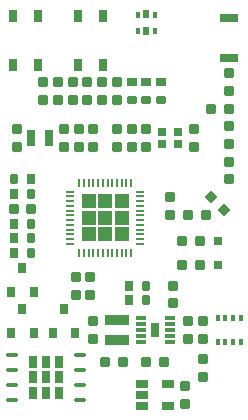
<source format=gbr>
%TF.GenerationSoftware,Altium Limited,Altium Designer,22.11.1 (43)*%
G04 Layer_Color=8421504*
%FSLAX45Y45*%
%MOMM*%
%TF.SameCoordinates,77F1110F-2A09-4361-93A5-D97A60E4CA06*%
%TF.FilePolarity,Positive*%
%TF.FileFunction,Paste,Top*%
%TF.Part,Single*%
G01*
G75*
%TA.AperFunction,NonConductor*%
%ADD10R,0.80000X1.20000*%
%ADD11R,1.20000X1.20000*%
%ADD12R,1.20000X1.20000*%
%ADD13R,1.20000X1.20000*%
%ADD14R,0.79999X1.00001*%
%ADD15R,0.79998X1.00001*%
%TA.AperFunction,SMDPad,CuDef*%
%ADD16R,0.80000X0.80000*%
G04:AMPARAMS|DCode=17|XSize=0.8mm|YSize=0.8mm|CornerRadius=0.08mm|HoleSize=0mm|Usage=FLASHONLY|Rotation=0.000|XOffset=0mm|YOffset=0mm|HoleType=Round|Shape=RoundedRectangle|*
%AMROUNDEDRECTD17*
21,1,0.80000,0.64000,0,0,0.0*
21,1,0.64000,0.80000,0,0,0.0*
1,1,0.16000,0.32000,-0.32000*
1,1,0.16000,-0.32000,-0.32000*
1,1,0.16000,-0.32000,0.32000*
1,1,0.16000,0.32000,0.32000*
%
%ADD17ROUNDEDRECTD17*%
G04:AMPARAMS|DCode=18|XSize=0.8mm|YSize=0.8mm|CornerRadius=0.1mm|HoleSize=0mm|Usage=FLASHONLY|Rotation=0.000|XOffset=0mm|YOffset=0mm|HoleType=Round|Shape=RoundedRectangle|*
%AMROUNDEDRECTD18*
21,1,0.80000,0.60000,0,0,0.0*
21,1,0.60000,0.80000,0,0,0.0*
1,1,0.20000,0.30000,-0.30000*
1,1,0.20000,-0.30000,-0.30000*
1,1,0.20000,-0.30000,0.30000*
1,1,0.20000,0.30000,0.30000*
%
%ADD18ROUNDEDRECTD18*%
G04:AMPARAMS|DCode=19|XSize=0.8mm|YSize=0.8mm|CornerRadius=0.08mm|HoleSize=0mm|Usage=FLASHONLY|Rotation=270.000|XOffset=0mm|YOffset=0mm|HoleType=Round|Shape=RoundedRectangle|*
%AMROUNDEDRECTD19*
21,1,0.80000,0.64000,0,0,270.0*
21,1,0.64000,0.80000,0,0,270.0*
1,1,0.16000,-0.32000,-0.32000*
1,1,0.16000,-0.32000,0.32000*
1,1,0.16000,0.32000,0.32000*
1,1,0.16000,0.32000,-0.32000*
%
%ADD19ROUNDEDRECTD19*%
G04:AMPARAMS|DCode=20|XSize=0.8mm|YSize=0.8mm|CornerRadius=0.1mm|HoleSize=0mm|Usage=FLASHONLY|Rotation=270.000|XOffset=0mm|YOffset=0mm|HoleType=Round|Shape=RoundedRectangle|*
%AMROUNDEDRECTD20*
21,1,0.80000,0.60000,0,0,270.0*
21,1,0.60000,0.80000,0,0,270.0*
1,1,0.20000,-0.30000,-0.30000*
1,1,0.20000,-0.30000,0.30000*
1,1,0.20000,0.30000,0.30000*
1,1,0.20000,0.30000,-0.30000*
%
%ADD20ROUNDEDRECTD20*%
G04:AMPARAMS|DCode=21|XSize=0.6mm|YSize=0.9mm|CornerRadius=0.06mm|HoleSize=0mm|Usage=FLASHONLY|Rotation=90.000|XOffset=0mm|YOffset=0mm|HoleType=Round|Shape=RoundedRectangle|*
%AMROUNDEDRECTD21*
21,1,0.60000,0.78000,0,0,90.0*
21,1,0.48000,0.90000,0,0,90.0*
1,1,0.12000,0.39000,0.24000*
1,1,0.12000,0.39000,-0.24000*
1,1,0.12000,-0.39000,-0.24000*
1,1,0.12000,-0.39000,0.24000*
%
%ADD21ROUNDEDRECTD21*%
G04:AMPARAMS|DCode=22|XSize=0.6mm|YSize=0.9mm|CornerRadius=0.075mm|HoleSize=0mm|Usage=FLASHONLY|Rotation=90.000|XOffset=0mm|YOffset=0mm|HoleType=Round|Shape=RoundedRectangle|*
%AMROUNDEDRECTD22*
21,1,0.60000,0.75000,0,0,90.0*
21,1,0.45000,0.90000,0,0,90.0*
1,1,0.15000,0.37500,0.22500*
1,1,0.15000,0.37500,-0.22500*
1,1,0.15000,-0.37500,-0.22500*
1,1,0.15000,-0.37500,0.22500*
%
%ADD22ROUNDEDRECTD22*%
%ADD23R,0.65000X1.05000*%
G04:AMPARAMS|DCode=24|XSize=0.6mm|YSize=0.9mm|CornerRadius=0.075mm|HoleSize=0mm|Usage=FLASHONLY|Rotation=180.000|XOffset=0mm|YOffset=0mm|HoleType=Round|Shape=RoundedRectangle|*
%AMROUNDEDRECTD24*
21,1,0.60000,0.75000,0,0,180.0*
21,1,0.45000,0.90000,0,0,180.0*
1,1,0.15000,-0.22500,0.37500*
1,1,0.15000,0.22500,0.37500*
1,1,0.15000,0.22500,-0.37500*
1,1,0.15000,-0.22500,-0.37500*
%
%ADD24ROUNDEDRECTD24*%
G04:AMPARAMS|DCode=25|XSize=0.6mm|YSize=0.9mm|CornerRadius=0.06mm|HoleSize=0mm|Usage=FLASHONLY|Rotation=180.000|XOffset=0mm|YOffset=0mm|HoleType=Round|Shape=RoundedRectangle|*
%AMROUNDEDRECTD25*
21,1,0.60000,0.78000,0,0,180.0*
21,1,0.48000,0.90000,0,0,180.0*
1,1,0.12000,-0.24000,0.39000*
1,1,0.12000,0.24000,0.39000*
1,1,0.12000,0.24000,-0.39000*
1,1,0.12000,-0.24000,-0.39000*
%
%ADD25ROUNDEDRECTD25*%
%ADD26R,0.35000X0.50000*%
%ADD27R,0.40000X0.55000*%
%ADD28R,0.50000X0.70000*%
%ADD29R,1.60000X0.80000*%
%ADD30R,0.75000X0.70000*%
%ADD31R,2.00000X0.85000*%
%ADD32R,1.10000X0.65000*%
G04:AMPARAMS|DCode=33|XSize=0.8mm|YSize=0.8mm|CornerRadius=0.08mm|HoleSize=0mm|Usage=FLASHONLY|Rotation=135.000|XOffset=0mm|YOffset=0mm|HoleType=Round|Shape=RoundedRectangle|*
%AMROUNDEDRECTD33*
21,1,0.80000,0.64000,0,0,135.0*
21,1,0.64000,0.80000,0,0,135.0*
1,1,0.16000,0.00000,0.45255*
1,1,0.16000,0.45255,0.00000*
1,1,0.16000,0.00000,-0.45255*
1,1,0.16000,-0.45255,0.00000*
%
%ADD33ROUNDEDRECTD33*%
G04:AMPARAMS|DCode=34|XSize=0.8mm|YSize=0.8mm|CornerRadius=0.1mm|HoleSize=0mm|Usage=FLASHONLY|Rotation=135.000|XOffset=0mm|YOffset=0mm|HoleType=Round|Shape=RoundedRectangle|*
%AMROUNDEDRECTD34*
21,1,0.80000,0.60000,0,0,135.0*
21,1,0.60000,0.80000,0,0,135.0*
1,1,0.20000,0.00000,0.42427*
1,1,0.20000,0.42427,0.00000*
1,1,0.20000,0.00000,-0.42427*
1,1,0.20000,-0.42427,0.00000*
%
%ADD34ROUNDEDRECTD34*%
%ADD35R,0.85000X0.30000*%
%ADD36R,0.80000X0.90000*%
%ADD37R,0.70000X1.40000*%
%ADD38O,0.20000X0.70000*%
%ADD39O,0.70000X0.20000*%
%ADD40O,1.00000X0.40000*%
D10*
X1350007Y749979D02*
D03*
D11*
X1065000Y1840000D02*
D03*
X785000D02*
D03*
X1065000Y1560000D02*
D03*
X785000D02*
D03*
X925000Y1700000D02*
D03*
D12*
X924995Y1839997D02*
D03*
X925005Y1560002D02*
D03*
D13*
X1065001Y1699998D02*
D03*
X784998Y1700002D02*
D03*
D14*
X535001Y349999D02*
D03*
X314999Y350000D02*
D03*
X535001Y480000D02*
D03*
X314999Y480000D02*
D03*
X535001Y220000D02*
D03*
X314999Y220000D02*
D03*
D15*
X425000Y350000D02*
D03*
Y480000D02*
D03*
Y220000D02*
D03*
D16*
X1880000Y1500000D02*
D03*
Y1300000D02*
D03*
D17*
X1725000Y1500000D02*
D03*
X1575000Y1300000D02*
D03*
X925000Y475000D02*
D03*
X1275000D02*
D03*
X1775000Y1725000D02*
D03*
X150000Y1775000D02*
D03*
X1825000Y2625000D02*
D03*
D18*
X1575000Y1500000D02*
D03*
X1725000Y1300000D02*
D03*
X1075000Y475000D02*
D03*
X1425000Y475000D02*
D03*
X1625000Y1725000D02*
D03*
X300000Y1775000D02*
D03*
X1975000Y2625000D02*
D03*
D19*
X825000Y2300000D02*
D03*
X1750000Y350000D02*
D03*
X1025000Y2300000D02*
D03*
X1150000D02*
D03*
X700000D02*
D03*
X400000Y2850000D02*
D03*
X525000D02*
D03*
X650000D02*
D03*
X775000Y2700000D02*
D03*
X900000D02*
D03*
X1025000D02*
D03*
X175000Y2300000D02*
D03*
X1275000Y2450000D02*
D03*
X1675000Y2300000D02*
D03*
X575000D02*
D03*
X1975000Y2175000D02*
D03*
X1475000Y1875000D02*
D03*
X825000Y675000D02*
D03*
X800000Y1200000D02*
D03*
X1500000Y975000D02*
D03*
X1600000Y125000D02*
D03*
X1750000Y675000D02*
D03*
X1625000D02*
D03*
X675000Y1200000D02*
D03*
X1975000Y2925000D02*
D03*
Y2475000D02*
D03*
D20*
X825000Y2450000D02*
D03*
X1750000Y500000D02*
D03*
X1025000Y2450000D02*
D03*
X1150000D02*
D03*
X700000D02*
D03*
X400000Y2700000D02*
D03*
X525000D02*
D03*
X650000D02*
D03*
X775000Y2850000D02*
D03*
X900000D02*
D03*
X1025000D02*
D03*
X175000Y2450000D02*
D03*
X1275000Y2300000D02*
D03*
X1675000Y2450000D02*
D03*
X575000D02*
D03*
X1975000Y2025000D02*
D03*
X1475000Y1725000D02*
D03*
X825000Y825000D02*
D03*
X800000Y1050000D02*
D03*
X1500000Y1125000D02*
D03*
X1600000Y275000D02*
D03*
X1750000Y825000D02*
D03*
X1625000Y825000D02*
D03*
X675000Y1050000D02*
D03*
X1975000Y2775000D02*
D03*
Y2325000D02*
D03*
D21*
X1150000Y2850000D02*
D03*
X1275000Y2850000D02*
D03*
X1400000Y2850000D02*
D03*
D22*
X1150000Y2700000D02*
D03*
X1275000D02*
D03*
X1400000Y2700000D02*
D03*
D23*
X692500Y2992500D02*
D03*
X907500Y3407500D02*
D03*
Y2992500D02*
D03*
X692500Y3407500D02*
D03*
X142500Y2992500D02*
D03*
X357500Y3407500D02*
D03*
Y2992500D02*
D03*
X142500Y3407500D02*
D03*
D24*
X1275000Y1125000D02*
D03*
X300000Y1650000D02*
D03*
X1275000Y1000000D02*
D03*
X300000Y1900000D02*
D03*
Y1525000D02*
D03*
X150000Y2025000D02*
D03*
X300000Y1400000D02*
D03*
D25*
X1125000Y1125000D02*
D03*
X150000Y1650000D02*
D03*
X1125000Y1000000D02*
D03*
X150000Y1900000D02*
D03*
Y1525000D02*
D03*
X300000Y2025000D02*
D03*
X150000Y1400000D02*
D03*
D26*
X1877500Y852500D02*
D03*
X1942500D02*
D03*
X2007500D02*
D03*
X2072500D02*
D03*
Y647500D02*
D03*
X2007500D02*
D03*
X1942500D02*
D03*
X1877500D02*
D03*
D27*
X1347500Y3284644D02*
D03*
Y3419644D02*
D03*
X1202500Y3284644D02*
D03*
Y3419644D02*
D03*
D28*
X1275000Y3277144D02*
D03*
Y3427144D02*
D03*
D29*
X1975000Y3055000D02*
D03*
Y3395000D02*
D03*
D30*
X1407500Y2425000D02*
D03*
X1542500Y2325000D02*
D03*
X1407500D02*
D03*
X1542500Y2425000D02*
D03*
D31*
X1025000Y667500D02*
D03*
X1025000Y832500D02*
D03*
D32*
X1240000Y105000D02*
D03*
X1240000Y295000D02*
D03*
X1460000Y105000D02*
D03*
Y295000D02*
D03*
X1240000Y200000D02*
D03*
D33*
X1825000Y1875000D02*
D03*
D34*
X1931066Y1768934D02*
D03*
D35*
X1472500Y850000D02*
D03*
X1472500Y800000D02*
D03*
Y750000D02*
D03*
Y700000D02*
D03*
X1472500Y650000D02*
D03*
X1227500Y650000D02*
D03*
Y700000D02*
D03*
Y750000D02*
D03*
Y800000D02*
D03*
X1227500Y850000D02*
D03*
D36*
X575000Y925000D02*
D03*
X480000Y725000D02*
D03*
X670000D02*
D03*
X225000Y925000D02*
D03*
X130000Y725000D02*
D03*
X320000D02*
D03*
X225000Y1275000D02*
D03*
X130000Y1075000D02*
D03*
X320000D02*
D03*
D37*
X300000Y2375000D02*
D03*
X450000D02*
D03*
D38*
X945000Y1995000D02*
D03*
X905000D02*
D03*
X985000D02*
D03*
X1025000D02*
D03*
X1105000D02*
D03*
X1145000D02*
D03*
X865000D02*
D03*
X825000D02*
D03*
X785000D02*
D03*
X745000D02*
D03*
X705000D02*
D03*
X1065000D02*
D03*
X905000Y1405000D02*
D03*
X945000D02*
D03*
X865000D02*
D03*
X825000D02*
D03*
X745000D02*
D03*
X705000D02*
D03*
X985000D02*
D03*
X1025000D02*
D03*
X1065000D02*
D03*
X1105000D02*
D03*
X1145000D02*
D03*
X785000D02*
D03*
D39*
X1220000Y1680000D02*
D03*
Y1720000D02*
D03*
Y1640000D02*
D03*
Y1600000D02*
D03*
Y1520000D02*
D03*
Y1480000D02*
D03*
Y1760000D02*
D03*
Y1800000D02*
D03*
Y1840000D02*
D03*
Y1880000D02*
D03*
Y1920000D02*
D03*
Y1560000D02*
D03*
X630000Y1720000D02*
D03*
Y1680000D02*
D03*
Y1760000D02*
D03*
Y1800000D02*
D03*
Y1880000D02*
D03*
Y1920000D02*
D03*
Y1640000D02*
D03*
Y1600000D02*
D03*
Y1560000D02*
D03*
Y1520000D02*
D03*
Y1480000D02*
D03*
Y1840000D02*
D03*
D40*
X135000Y159500D02*
D03*
Y286500D02*
D03*
Y413500D02*
D03*
Y540500D02*
D03*
X715000D02*
D03*
Y413500D02*
D03*
Y286500D02*
D03*
Y159500D02*
D03*
%TF.MD5,f635a106792b82384bb535009d0fb5b5*%
M02*

</source>
